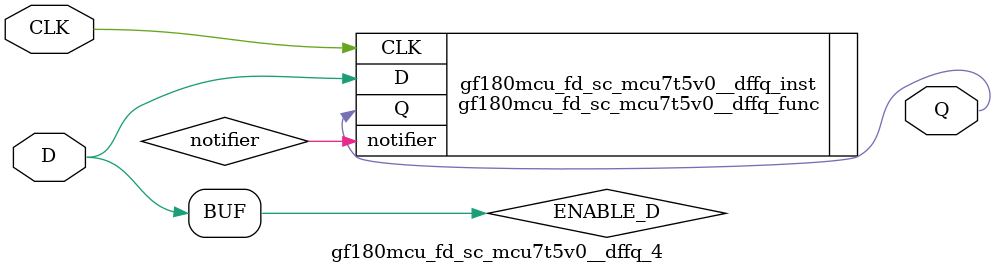
<source format=v>

`ifndef GF180MCU_FD_SC_MCU7T5V0__DFFQ_4_V
`define GF180MCU_FD_SC_MCU7T5V0__DFFQ_4_V

`include gf180mcu_fd_sc_mcu7t5v0__dffq.v

`ifdef USE_POWER_PINS
module gf180mcu_fd_sc_mcu7t5v0__dffq_4( CLK, D, Q, VDD, VSS );
inout VDD, VSS;
`else // If not USE_POWER_PINS
module gf180mcu_fd_sc_mcu7t5v0__dffq_4( CLK, D, Q );
`endif // If not USE_POWER_PINS
input CLK, D;
output Q;

`ifdef USE_POWER_PINS
  gf180mcu_fd_sc_mcu7t5v0__dffq_func gf180mcu_fd_sc_mcu7t5v0__dffq_inst(.CLK(CLK),.D(D),.Q(Q),.VDD(VDD),.VSS(VSS),.notifier(notifier));
`else // If not USE_POWER_PINS
  gf180mcu_fd_sc_mcu7t5v0__dffq_func gf180mcu_fd_sc_mcu7t5v0__dffq_inst(.CLK(CLK),.D(D),.Q(Q),.notifier(notifier));
`endif // If not USE_POWER_PINS

`ifndef FUNCTIONAL
	// spec_gates_begin


	not MGM_G0(ENABLE_NOT_D,D);


	buf MGM_G1(ENABLE_D,D);


	// spec_gates_end



   specify

	// specify_block_begin

	// seq arc CLK --> Q
	(posedge CLK => (Q : D))  = (1.0,1.0);

	$width(negedge CLK &&& (ENABLE_NOT_D === 1'b1)
		,1.0,0,notifier);

	$width(posedge CLK &&& (ENABLE_NOT_D === 1'b1)
		,1.0,0,notifier);

	$width(negedge CLK &&& (ENABLE_D === 1'b1)
		,1.0,0,notifier);

	$width(posedge CLK &&& (ENABLE_D === 1'b1)
		,1.0,0,notifier);

	// hold D-HL CLK-LH
	$hold(posedge CLK,negedge D,1.0,notifier);

	// hold D-LH CLK-LH
	$hold(posedge CLK,posedge D,1.0,notifier);

	// setup D-HL CLK-LH
	$setup(negedge D,posedge CLK,1.0,notifier);

	// setup D-LH CLK-LH
	$setup(posedge D,posedge CLK,1.0,notifier);

	// mpw CLK_lh
	$width(posedge CLK,1.0,0,notifier);

	// mpw CLK_hl
	$width(negedge CLK,1.0,0,notifier);

	// period CLK
	$period(posedge CLK &&& (ENABLE_NOT_D === 1'b1)
		,1.0,notifier);

	// period CLK
	$period(posedge CLK &&& (ENABLE_D === 1'b1)
		,1.0,notifier);

	// period CLK
	$period(posedge CLK,1.0,notifier);

	// specify_block_end

   endspecify

   `endif

endmodule
`endif // GF180MCU_FD_SC_MCU7T5V0__DFFQ_4_V

</source>
